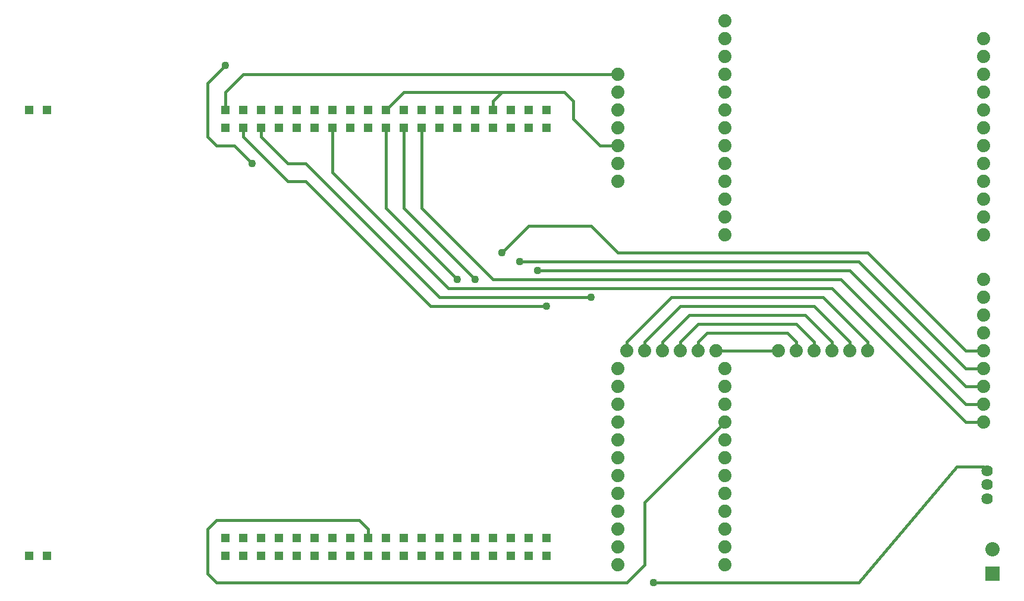
<source format=gbl>
G75*
G70*
%OFA0B0*%
%FSLAX24Y24*%
%IPPOS*%
%LPD*%
%AMOC8*
5,1,8,0,0,1.08239X$1,22.5*
%
%ADD10R,0.0515X0.0515*%
%ADD11C,0.0740*%
%ADD12C,0.0640*%
%ADD13R,0.0800X0.0800*%
%ADD14C,0.0800*%
%ADD15C,0.0160*%
%ADD16C,0.0436*%
D10*
X003100Y003100D03*
X004100Y003100D03*
X014100Y003100D03*
X015100Y003100D03*
X016100Y003100D03*
X017100Y003100D03*
X018100Y003100D03*
X019100Y003100D03*
X020100Y003100D03*
X021100Y003100D03*
X022100Y003100D03*
X023100Y003100D03*
X024100Y003100D03*
X025100Y003100D03*
X026100Y003100D03*
X027100Y003100D03*
X028100Y003100D03*
X029100Y003100D03*
X030100Y003100D03*
X031100Y003100D03*
X032100Y003100D03*
X032100Y004100D03*
X031100Y004100D03*
X030100Y004100D03*
X029100Y004100D03*
X028100Y004100D03*
X027100Y004100D03*
X026100Y004100D03*
X025100Y004100D03*
X024100Y004100D03*
X023100Y004100D03*
X022100Y004100D03*
X021100Y004100D03*
X020100Y004100D03*
X019100Y004100D03*
X018100Y004100D03*
X017100Y004100D03*
X016100Y004100D03*
X015100Y004100D03*
X014100Y004100D03*
X014100Y027100D03*
X014100Y028100D03*
X015100Y028100D03*
X016100Y028100D03*
X016100Y027100D03*
X015100Y027100D03*
X017100Y027100D03*
X017100Y028100D03*
X018100Y028100D03*
X019100Y028100D03*
X019100Y027100D03*
X018100Y027100D03*
X020100Y027100D03*
X020100Y028100D03*
X021100Y028100D03*
X021100Y027100D03*
X022100Y027100D03*
X023100Y027100D03*
X023100Y028100D03*
X022100Y028100D03*
X024100Y028100D03*
X024100Y027100D03*
X025100Y027100D03*
X026100Y027100D03*
X026100Y028100D03*
X025100Y028100D03*
X027100Y028100D03*
X027100Y027100D03*
X028100Y027100D03*
X029100Y027100D03*
X029100Y028100D03*
X028100Y028100D03*
X030100Y028100D03*
X030100Y027100D03*
X031100Y027100D03*
X032100Y027100D03*
X032100Y028100D03*
X031100Y028100D03*
X004100Y028100D03*
X003100Y028100D03*
D11*
X036100Y028100D03*
X036100Y027100D03*
X036100Y026100D03*
X036100Y025100D03*
X036100Y024100D03*
X042100Y024100D03*
X042100Y023100D03*
X042100Y022100D03*
X042100Y021100D03*
X042100Y025100D03*
X042100Y026100D03*
X042100Y027100D03*
X042100Y028100D03*
X042100Y029100D03*
X042100Y030100D03*
X042100Y031100D03*
X042100Y032100D03*
X042100Y033100D03*
X036100Y030100D03*
X036100Y029100D03*
X056600Y029100D03*
X056600Y028100D03*
X056600Y027100D03*
X056600Y026100D03*
X056600Y025100D03*
X056600Y024100D03*
X056600Y023100D03*
X056600Y022100D03*
X056600Y021100D03*
X056600Y018600D03*
X056600Y017600D03*
X056600Y016600D03*
X056600Y015600D03*
X056600Y014600D03*
X056600Y013600D03*
X056600Y012600D03*
X056600Y011600D03*
X056600Y010600D03*
X050100Y014600D03*
X049100Y014600D03*
X048100Y014600D03*
X047100Y014600D03*
X046100Y014600D03*
X045100Y014600D03*
X042100Y013600D03*
X042100Y012600D03*
X042100Y011600D03*
X042100Y010600D03*
X042100Y009600D03*
X042100Y008600D03*
X042100Y007600D03*
X042100Y006600D03*
X042100Y005600D03*
X042100Y004600D03*
X042100Y003600D03*
X042100Y002600D03*
X036100Y002600D03*
X036100Y003600D03*
X036100Y004600D03*
X036100Y005600D03*
X036100Y006600D03*
X036100Y007600D03*
X036100Y008600D03*
X036100Y009600D03*
X036100Y010600D03*
X036100Y011600D03*
X036100Y012600D03*
X036100Y013600D03*
X036600Y014600D03*
X037600Y014600D03*
X038600Y014600D03*
X039600Y014600D03*
X040600Y014600D03*
X041600Y014600D03*
X056600Y030100D03*
X056600Y031100D03*
X056600Y032100D03*
D12*
X056817Y007887D03*
X056817Y007100D03*
X056817Y006313D03*
D13*
X057100Y002100D03*
D14*
X057100Y003478D03*
D15*
X055100Y008100D02*
X049600Y001600D01*
X038100Y001600D01*
X037600Y002600D02*
X036600Y001600D01*
X013600Y001600D01*
X013100Y002100D01*
X013100Y004600D01*
X013600Y005100D01*
X021600Y005100D01*
X022100Y004600D01*
X022100Y004100D01*
X037600Y002600D02*
X037600Y006100D01*
X042100Y010600D01*
X041600Y014600D02*
X045100Y014600D01*
X046100Y014600D02*
X046100Y015100D01*
X045600Y015600D01*
X041100Y015600D01*
X040600Y015100D01*
X040600Y014600D01*
X039600Y014600D02*
X039600Y015100D01*
X040600Y016100D01*
X046100Y016100D01*
X047100Y015100D01*
X047100Y014600D01*
X048100Y014600D02*
X048100Y015100D01*
X046600Y016600D01*
X040100Y016600D01*
X038600Y015100D01*
X038600Y014600D01*
X037600Y014600D02*
X037600Y015100D01*
X039600Y017100D01*
X047100Y017100D01*
X049100Y015100D01*
X049100Y014600D01*
X050100Y014600D02*
X050100Y015100D01*
X047600Y017600D01*
X039100Y017600D01*
X036600Y015100D01*
X036600Y014600D01*
X034600Y017600D02*
X026100Y017600D01*
X018600Y025100D01*
X017600Y025100D01*
X016100Y026600D01*
X016100Y027100D01*
X015100Y027100D02*
X015100Y026600D01*
X017600Y024100D01*
X018600Y024100D01*
X025600Y017100D01*
X032100Y017100D01*
X031600Y019100D02*
X049100Y019100D01*
X055600Y012600D01*
X056600Y012600D01*
X056600Y011600D02*
X055600Y011600D01*
X048600Y018600D01*
X029100Y018600D01*
X025100Y022600D01*
X025100Y027100D01*
X024100Y027100D02*
X024100Y022600D01*
X028100Y018600D01*
X027100Y018600D02*
X023100Y022600D01*
X023100Y027100D01*
X023100Y028100D02*
X024100Y029100D01*
X029600Y029100D01*
X029100Y028600D01*
X029100Y028100D01*
X029600Y029100D02*
X033100Y029100D01*
X033600Y028600D01*
X033600Y027600D01*
X035100Y026100D01*
X036100Y026100D01*
X036100Y030100D02*
X015100Y030100D01*
X014100Y029100D01*
X014100Y028100D01*
X013100Y026600D02*
X013600Y026100D01*
X014600Y026100D01*
X015600Y025100D01*
X013100Y026600D02*
X013100Y029600D01*
X014100Y030600D01*
X020100Y027100D02*
X020100Y024600D01*
X026600Y018100D01*
X048100Y018100D01*
X055600Y010600D01*
X056600Y010600D01*
X056604Y008100D02*
X055100Y008100D01*
X056604Y008100D02*
X056817Y007887D01*
X056600Y013600D02*
X055600Y013600D01*
X049600Y019600D01*
X030600Y019600D01*
X029600Y020100D02*
X031100Y021600D01*
X034600Y021600D01*
X036100Y020100D01*
X050100Y020100D01*
X055600Y014600D01*
X056600Y014600D01*
D16*
X034600Y017600D03*
X032100Y017100D03*
X031600Y019100D03*
X030600Y019600D03*
X029600Y020100D03*
X028100Y018600D03*
X027100Y018600D03*
X015600Y025100D03*
X014100Y030600D03*
X038100Y001600D03*
M02*

</source>
